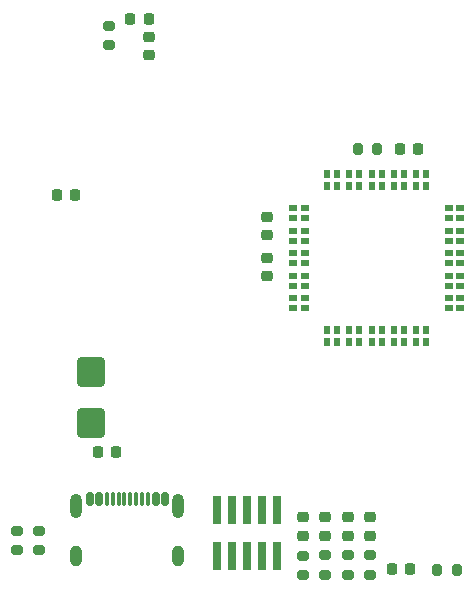
<source format=gbr>
%TF.GenerationSoftware,KiCad,Pcbnew,9.0.2+dfsg-1*%
%TF.CreationDate,2025-11-29T03:23:50-08:00*%
%TF.ProjectId,rc-plane,72632d70-6c61-46e6-952e-6b696361645f,rev?*%
%TF.SameCoordinates,Original*%
%TF.FileFunction,Paste,Top*%
%TF.FilePolarity,Positive*%
%FSLAX46Y46*%
G04 Gerber Fmt 4.6, Leading zero omitted, Abs format (unit mm)*
G04 Created by KiCad (PCBNEW 9.0.2+dfsg-1) date 2025-11-29 03:23:50*
%MOMM*%
%LPD*%
G01*
G04 APERTURE LIST*
G04 Aperture macros list*
%AMRoundRect*
0 Rectangle with rounded corners*
0 $1 Rounding radius*
0 $2 $3 $4 $5 $6 $7 $8 $9 X,Y pos of 4 corners*
0 Add a 4 corners polygon primitive as box body*
4,1,4,$2,$3,$4,$5,$6,$7,$8,$9,$2,$3,0*
0 Add four circle primitives for the rounded corners*
1,1,$1+$1,$2,$3*
1,1,$1+$1,$4,$5*
1,1,$1+$1,$6,$7*
1,1,$1+$1,$8,$9*
0 Add four rect primitives between the rounded corners*
20,1,$1+$1,$2,$3,$4,$5,0*
20,1,$1+$1,$4,$5,$6,$7,0*
20,1,$1+$1,$6,$7,$8,$9,0*
20,1,$1+$1,$8,$9,$2,$3,0*%
G04 Aperture macros list end*
%ADD10RoundRect,0.200000X-0.200000X-0.275000X0.200000X-0.275000X0.200000X0.275000X-0.200000X0.275000X0*%
%ADD11RoundRect,0.225000X-0.225000X-0.250000X0.225000X-0.250000X0.225000X0.250000X-0.225000X0.250000X0*%
%ADD12RoundRect,0.200000X-0.275000X0.200000X-0.275000X-0.200000X0.275000X-0.200000X0.275000X0.200000X0*%
%ADD13RoundRect,0.200000X0.275000X-0.200000X0.275000X0.200000X-0.275000X0.200000X-0.275000X-0.200000X0*%
%ADD14RoundRect,0.225000X-0.250000X0.225000X-0.250000X-0.225000X0.250000X-0.225000X0.250000X0.225000X0*%
%ADD15RoundRect,0.218750X-0.256250X0.218750X-0.256250X-0.218750X0.256250X-0.218750X0.256250X0.218750X0*%
%ADD16RoundRect,0.250000X0.900000X-1.000000X0.900000X1.000000X-0.900000X1.000000X-0.900000X-1.000000X0*%
%ADD17RoundRect,0.218750X0.218750X0.256250X-0.218750X0.256250X-0.218750X-0.256250X0.218750X-0.256250X0*%
%ADD18RoundRect,0.150000X-0.150000X-0.425000X0.150000X-0.425000X0.150000X0.425000X-0.150000X0.425000X0*%
%ADD19RoundRect,0.075000X-0.075000X-0.500000X0.075000X-0.500000X0.075000X0.500000X-0.075000X0.500000X0*%
%ADD20O,1.000000X2.100000*%
%ADD21O,1.000000X1.800000*%
%ADD22R,0.720000X0.580000*%
%ADD23R,0.580000X0.720000*%
%ADD24R,0.740000X2.400000*%
%ADD25RoundRect,0.225000X0.225000X0.250000X-0.225000X0.250000X-0.225000X-0.250000X0.225000X-0.250000X0*%
%ADD26RoundRect,0.225000X0.250000X-0.225000X0.250000X0.225000X-0.250000X0.225000X-0.250000X-0.225000X0*%
G04 APERTURE END LIST*
D10*
%TO.C,R2*%
X122875000Y-103600000D03*
X124525000Y-103600000D03*
%TD*%
D11*
%TO.C,C51*%
X94175000Y-93650000D03*
X95725000Y-93650000D03*
%TD*%
D12*
%TO.C,R44*%
X95100000Y-57550000D03*
X95100000Y-59200000D03*
%TD*%
D13*
%TO.C,R17*%
X111510000Y-104050000D03*
X111510000Y-102400000D03*
%TD*%
D14*
%TO.C,C35*%
X98500000Y-58475000D03*
X98500000Y-60025000D03*
%TD*%
D10*
%TO.C,R45*%
X116175000Y-68000000D03*
X117825000Y-68000000D03*
%TD*%
D15*
%TO.C,D8*%
X111510000Y-99125000D03*
X111510000Y-100700000D03*
%TD*%
D14*
%TO.C,C22*%
X108500000Y-77175000D03*
X108500000Y-78725000D03*
%TD*%
D16*
%TO.C,D1*%
X93550000Y-91150000D03*
X93550000Y-86850000D03*
%TD*%
D17*
%TO.C,D10*%
X98475000Y-57000000D03*
X96900000Y-57000000D03*
%TD*%
D12*
%TO.C,R21*%
X87300000Y-100275000D03*
X87300000Y-101925000D03*
%TD*%
%TO.C,R20*%
X89200000Y-100275000D03*
X89200000Y-101925000D03*
%TD*%
D15*
%TO.C,D2*%
X117200000Y-99125000D03*
X117200000Y-100700000D03*
%TD*%
%TO.C,D7*%
X113410000Y-99125000D03*
X113410000Y-100700000D03*
%TD*%
D18*
%TO.C,J7*%
X93450000Y-97635000D03*
X94250000Y-97635000D03*
D19*
X95400000Y-97635000D03*
X96400000Y-97635000D03*
X96900000Y-97635000D03*
X97900000Y-97635000D03*
D18*
X99050000Y-97635000D03*
X99850000Y-97635000D03*
X99850000Y-97635000D03*
X99050000Y-97635000D03*
D19*
X98400000Y-97635000D03*
X97400000Y-97635000D03*
X95900000Y-97635000D03*
X94900000Y-97635000D03*
D18*
X94250000Y-97635000D03*
X93450000Y-97635000D03*
D20*
X92330000Y-98210000D03*
D21*
X92330000Y-102390000D03*
D20*
X100970000Y-98210000D03*
D21*
X100970000Y-102390000D03*
%TD*%
D22*
%TO.C,U3*%
X110650000Y-73000000D03*
X110650000Y-73850000D03*
X110650000Y-74900000D03*
X110650000Y-75750000D03*
X110650000Y-76800000D03*
X110650000Y-77650000D03*
X110650000Y-78700000D03*
X110650000Y-79550000D03*
X110650000Y-80600000D03*
X110650000Y-81450000D03*
X111650000Y-73000000D03*
X111650000Y-73850000D03*
X111650000Y-74900000D03*
X111650000Y-75750000D03*
X111650000Y-76800000D03*
X111650000Y-77650000D03*
X111650000Y-78700000D03*
X111650000Y-79550000D03*
X111650000Y-80600000D03*
X111650000Y-81450000D03*
D23*
X113525000Y-70125000D03*
X113525000Y-71125000D03*
X113525000Y-83325000D03*
X113525000Y-84325000D03*
X114375000Y-70125000D03*
X114375000Y-71125000D03*
X114375000Y-83325000D03*
X114375000Y-84325000D03*
X115425000Y-70125000D03*
X115425000Y-71125000D03*
X115425000Y-83325000D03*
X115425000Y-84325000D03*
X116275000Y-70125000D03*
X116275000Y-71125000D03*
X116275000Y-83325000D03*
X116275000Y-84325000D03*
X117325000Y-70125000D03*
X117325000Y-71125000D03*
X117325000Y-83325000D03*
X117325000Y-84325000D03*
X118175000Y-70125000D03*
X118175000Y-71125000D03*
X118175000Y-83325000D03*
X118175000Y-84325000D03*
X119225000Y-70125000D03*
X119225000Y-71125000D03*
X119225000Y-83325000D03*
X119225000Y-84325000D03*
X120075000Y-70125000D03*
X120075000Y-71125000D03*
X120075000Y-83325000D03*
X120075000Y-84325000D03*
X121125000Y-70125000D03*
X121125000Y-71125000D03*
X121125000Y-83325000D03*
X121125000Y-84325000D03*
X121975000Y-70125000D03*
X121975000Y-71125000D03*
X121975000Y-83325000D03*
X121975000Y-84325000D03*
D22*
X123850000Y-73000000D03*
X123850000Y-73850000D03*
X123850000Y-74900000D03*
X123850000Y-75750000D03*
X123850000Y-76800000D03*
X123850000Y-77650000D03*
X123850000Y-78700000D03*
X123850000Y-79550000D03*
X123850000Y-80600000D03*
X123850000Y-81450000D03*
X124850000Y-73000000D03*
X124850000Y-73850000D03*
X124850000Y-74900000D03*
X124850000Y-75750000D03*
X124850000Y-76800000D03*
X124850000Y-77650000D03*
X124850000Y-78700000D03*
X124850000Y-79550000D03*
X124850000Y-80600000D03*
X124850000Y-81450000D03*
%TD*%
D24*
%TO.C,J5*%
X104260000Y-102450000D03*
X104260000Y-98550000D03*
X105530000Y-102450000D03*
X105530000Y-98550000D03*
X106800000Y-102450000D03*
X106800000Y-98550000D03*
X108070000Y-102450000D03*
X108070000Y-98550000D03*
X109340000Y-102450000D03*
X109340000Y-98550000D03*
%TD*%
D15*
%TO.C,D3*%
X115310000Y-99125000D03*
X115310000Y-100700000D03*
%TD*%
D25*
%TO.C,C9*%
X120600000Y-103500000D03*
X119050000Y-103500000D03*
%TD*%
D11*
%TO.C,C43*%
X90650000Y-71900000D03*
X92200000Y-71900000D03*
%TD*%
D13*
%TO.C,R9*%
X117210000Y-104025000D03*
X117210000Y-102375000D03*
%TD*%
%TO.C,R10*%
X115310000Y-104025000D03*
X115310000Y-102375000D03*
%TD*%
%TO.C,R16*%
X113410000Y-104025000D03*
X113410000Y-102375000D03*
%TD*%
D26*
%TO.C,C23*%
X108500000Y-75275000D03*
X108500000Y-73725000D03*
%TD*%
D11*
%TO.C,C24*%
X119700000Y-67975000D03*
X121250000Y-67975000D03*
%TD*%
M02*

</source>
